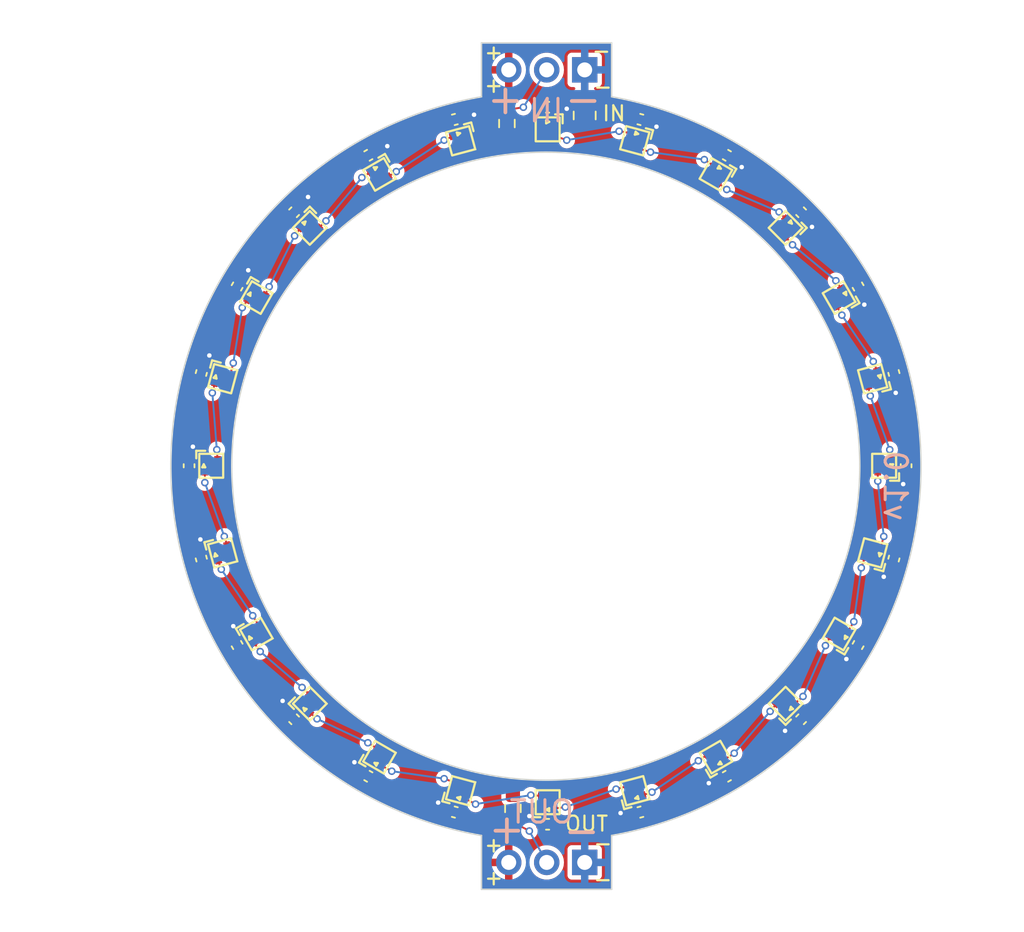
<source format=kicad_pcb>
(kicad_pcb (version 20221018) (generator pcbnew)
  (layers (0 "F.Cu" signal) (31 "B.Cu" signal) (34 "B.Paste" user) (35 "F.Paste" user) (36 "B.SilkS" user "B.Silkscreen") (37 "F.SilkS" user "F.Silkscreen") (38 "B.Mask" user) (39 "F.Mask" user) (44 "Edge.Cuts" user))
  (net 0 "")
  (net 1 "VCC")
  (net 2 "GND")
  (net 3 "Net-(D1-DOUT)")
  (net 4 "Net-(D1-DIN)")
  (net 5 "Net-(D2-DOUT)")
  (net 6 "Net-(D3-DOUT)")
  (net 7 "Net-(D4-DOUT)")
  (net 8 "Net-(D5-DOUT)")
  (net 9 "Net-(D6-DOUT)")
  (net 10 "Net-(D7-DOUT)")
  (net 11 "Net-(D8-DOUT)")
  (net 12 "Net-(D10-DIN)")
  (net 13 "Net-(D10-DOUT)")
  (net 14 "Net-(D11-DOUT)")
  (net 15 "Net-(D12-DOUT)")
  (net 16 "Net-(D13-DOUT)")
  (net 17 "Net-(D14-DOUT)")
  (net 18 "Net-(D15-DOUT)")
  (net 19 "Net-(D16-DOUT)")
  (net 20 "Net-(D17-DOUT)")
  (net 21 "Net-(D18-DOUT)")
  (net 22 "Net-(D19-DOUT)")
  (net 23 "Net-(D20-DOUT)")
  (net 24 "/SIGNAL_IN")
  (net 25 "/SIGNAL_OUT")
  (net 26 "Net-(D21-DOUT)")
  (net 27 "Net-(D22-DOUT)")
  (net 28 "Net-(D23-DOUT)")
  (net 29 "Net-(D24-DOUT)")
  (footprint "Homebrew:XINGLIGHT-XL-1010RGBC-WS2812B" (layer "F.Cu") (at 131.939428 81.225 -120)
    (fp_text reference "D21" hide)
    (fp_text value "XL-1010RGBC-WS2812B")
  )
  (footprint "Capacitor_SMD:C_0402_1005Metric" (layer "F.Cu") (at 134.467114 109.427885 135)
    (fp_text reference "C16" hide)
    (fp_text value "100nF")
  )
  (footprint "Capacitor_SMD:C_0402_1005Metric" (layer "F.Cu") (at 172.182959 80.4875 -60)
    (fp_text reference "C5" hide)
    (fp_text value "100nF")
  )
  (footprint "Homebrew:XINGLIGHT-XL-1010RGBC-WS2812B" (layer "F.Cu") (at 173.158331 98.298428 75)
    (fp_text reference "D8" hide)
    (fp_text value "XL-1010RGBC-WS2812B")
  )
  (footprint "Capacitor_SMD:C_0402_1005Metric" (layer "F.Cu") (at 151.42 68.5)
    (fp_text reference "C1" hide)
    (fp_text value "100nF")
  )
  (footprint "Homebrew:XINGLIGHT-XL-1010RGBC-WS2812B" (layer "F.Cu") (at 167.334902 76.565097 135)
    (fp_text reference "D4" hide)
    (fp_text value "XL-1010RGBC-WS2812B")
  )
  (footprint "Homebrew:XINGLIGHT-XL-1010RGBC-WS2812B" (layer "F.Cu") (at 135.515097 76.565097 -135)
    (fp_text reference "D22" hide)
    (fp_text value "XL-1010RGBC-WS2812B")
  )
  (footprint "Homebrew:XINGLIGHT-XL-1010RGBC-WS2812B" (layer "F.Cu") (at 167.334902 108.384902 45)
    (fp_text reference "D10" hide)
    (fp_text value "XL-1010RGBC-WS2812B")
  )
  (footprint "Homebrew:XINGLIGHT-XL-1010RGBC-WS2812B" (layer "F.Cu") (at 140.175 72.989428 -150)
    (fp_text reference "D23" hide)
    (fp_text value "XL-1010RGBC-WS2812B")
  )
  (footprint "Capacitor_SMD:C_0402_1005Metric" (layer "F.Cu") (at 130.65704 104.4625 120)
    (fp_text reference "C17" hide)
    (fp_text value "100nF")
  )
  (footprint "Capacitor_SMD:C_0805_2012Metric" (layer "F.Cu") (at 153.9 69.05 90)
    (fp_text reference "C25" hide)
    (fp_text value "22uF")
  )
  (footprint "Capacitor_SMD:C_0402_1005Metric" (layer "F.Cu") (at 172.182959 104.4625 -120)
    (fp_text reference "C9" hide)
    (fp_text value "100nF")
  )
  (footprint "Capacitor_SMD:C_0402_1005Metric" (layer "F.Cu") (at 157.625186 115.633071 -165)
    (fp_text reference "C12" hide)
    (fp_text value "100nF")
  )
  (footprint "Homebrew:XINGLIGHT-XL-1010RGBC-WS2812B" (layer "F.Cu") (at 129.691668 98.298428 -75)
    (fp_text reference "D18" hide)
    (fp_text value "XL-1010RGBC-WS2812B")
  )
  (footprint "Capacitor_SMD:C_0402_1005Metric" (layer "F.Cu") (at 145.214813 115.633071 165)
    (fp_text reference "C14" hide)
    (fp_text value "100nF")
  )
  (footprint "Homebrew:XINGLIGHT-XL-1010RGBC-WS2812B" (layer "F.Cu") (at 170.910571 103.725 60)
    (fp_text reference "D9" hide)
    (fp_text value "XL-1010RGBC-WS2812B")
  )
  (footprint "Homebrew:XINGLIGHT-XL-1010RGBC-WS2812B" (layer "F.Cu") (at 173.158331 86.651571 105)
    (fp_text reference "D6" hide)
    (fp_text value "XL-1010RGBC-WS2812B")
  )
  (footprint "Capacitor_SMD:C_0402_1005Metric" (layer "F.Cu") (at 163.4075 71.71204 -30)
    (fp_text reference "C3" hide)
    (fp_text value "100nF")
  )
  (footprint "Capacitor_SMD:C_0402_1005Metric" (layer "F.Cu") (at 130.65704 80.4875 60)
    (fp_text reference "C21" hide)
    (fp_text value "100nF")
  )
  (footprint "Homebrew:XINGLIGHT-XL-1010RGBC-WS2812B" (layer "F.Cu") (at 162.675 111.960571 30)
    (fp_text reference "D11" hide)
    (fp_text value "XL-1010RGBC-WS2812B")
  )
  (footprint "Capacitor_SMD:C_0402_1005Metric" (layer "F.Cu") (at 163.4075 113.237959 -150)
    (fp_text reference "C11" hide)
    (fp_text value "100nF")
  )
  (footprint "Capacitor_SMD:C_0402_1005Metric" (layer "F.Cu") (at 139.4325 71.71204 30)
    (fp_text reference "C23" hide)
    (fp_text value "100nF")
  )
  (footprint "Resistor_SMD:R_0603_1608Metric_Pad0.98x0.95mm_HandSolder" (layer "F.Cu") (at 149.1 115.3875 -90)
    (fp_text reference "R2" hide)
    (fp_text value "560")
  )
  (footprint "Homebrew:XINGLIGHT-XL-1010RGBC-WS2812B" (layer "F.Cu") (at 145.601571 114.208331 -15)
    (fp_text reference "D14" hide)
    (fp_text value "XL-1010RGBC-WS2812B")
  )
  (footprint "Homebrew:XINGLIGHT-XL-1010RGBC-WS2812B" (layer "F.Cu") (at 151.425 69.975 180)
    (fp_text reference "D1" hide)
    (fp_text value "XL-1010RGBC-WS2812B")
  )
  (footprint "Homebrew:XINGLIGHT-XL-1010RGBC-WS2812B" (layer "F.Cu") (at 129.691668 86.651571 -105)
    (fp_text reference "D20" hide)
    (fp_text value "XL-1010RGBC-WS2812B")
  )
  (footprint "Capacitor_SMD:C_0402_1005Metric" (layer "F.Cu") (at 151.42 116.45 180)
    (fp_text reference "C13" hide)
    (fp_text value "100nF")
  )
  (footprint "Capacitor_SMD:C_0402_1005Metric" (layer "F.Cu") (at 174.578071 98.680186 -105)
    (fp_text reference "C8" hide)
    (fp_text value "100nF")
  )
  (footprint "Homebrew:XINGLIGHT-XL-1010RGBC-WS2812B" (layer "F.Cu") (at 145.601571 70.741668 -165)
    (fp_text reference "D24" hide)
    (fp_text value "XL-1010RGBC-WS2812B")
  )
  (footprint "Homebrew:XINGLIGHT-XL-1010RGBC-WS2812B" (layer "F.Cu") (at 157.248428 70.741668 165)
    (fp_text reference "D2" hide)
    (fp_text value "XL-1010RGBC-WS2812B")
  )
  (footprint "Capacitor_SMD:C_0402_1005Metric" (layer "F.Cu") (at 157.625186 69.316928 -15)
    (fp_text reference "C2" hide)
    (fp_text value "100nF")
  )
  (footprint "Capacitor_SMD:C_0402_1005Metric" (layer "F.Cu") (at 145.214813 69.316928 15)
    (fp_text reference "C24" hide)
    (fp_text value "100nF")
  )
  (footprint "Homebrew:XINGLIGHT-XL-1010RGBC-WS2812B" (layer "F.Cu") (at 131.939428 103.725 -60)
    (fp_text reference "D17" hide)
    (fp_text value "XL-1010RGBC-WS2812B")
  )
  (footprint "Capacitor_SMD:C_0402_1005Metric" (layer "F.Cu") (at 168.372885 75.522114 -45)
    (fp_text reference "C4" hide)
    (fp_text value "100nF")
  )
  (footprint "Homebrew:XINGLIGHT-XL-1010RGBC-WS2812B" (layer "F.Cu") (at 162.675 72.989428 150)
    (fp_text reference "D3" hide)
    (fp_text value "XL-1010RGBC-WS2812B")
  )
  (footprint "Homebrew:XINGLIGHT-XL-1010RGBC-WS2812B" (layer "F.Cu") (at 128.925 92.475 -90)
    (fp_text reference "D19" hide)
    (fp_text value "XL-1010RGBC-WS2812B")
  )
  (footprint "Capacitor_SMD:C_0402_1005Metric" (layer "F.Cu") (at 175.395 92.475 -90)
    (fp_text reference "C7" hide)
    (fp_text value "100nF")
  )
  (footprint "Capacitor_SMD:C_0402_1005Metric" (layer "F.Cu") (at 134.467114 75.522114 45)
    (fp_text reference "C22" hide)
    (fp_text value "100nF")
  )
  (footprint "Capacitor_SMD:C_0402_1005Metric" (layer "F.Cu") (at 174.578071 86.269813 -75)
    (fp_text reference "C6" hide)
    (fp_text value "100nF")
  )
  (footprint "Resistor_SMD:R_0603_1608Metric_Pad0.98x0.95mm_HandSolder" (layer "F.Cu") (at 148.7 69.5875 -90)
    (fp_text reference "R1" hide)
    (fp_text value "560")
  )
  (footprint "Homebrew:XINGLIGHT-XL-1010RGBC-WS2812B" (layer "F.Cu") (at 151.425 114.975)
    (fp_text reference "D13" hide)
    (fp_text value "XL-1010RGBC-WS2812B")
  )
  (footprint "Homebrew:XINGLIGHT-XL-1010RGBC-WS2812B" (layer "F.Cu") (at 135.515097 108.384902 -45)
    (fp_text reference "D16" hide)
    (fp_text value "XL-1010RGBC-WS2812B")
  )
  (footprint "Connector_PinHeader_2.54mm:PinHeader_1x03_P2.54mm_Vertical" (layer "F.Cu") (at 153.9 119 -90)
    (fp_text reference "J2" hide)
    (fp_text value "Conn_01x03")
  )
  (footprint "Capacitor_SMD:C_0402_1005Metric" (layer "F.Cu") (at 128.261928 86.269813 75)
    (fp_text reference "C20" hide)
    (fp_text value "100nF")
  )
  (footprint "Capacitor_SMD:C_0402_1005Metric" (layer "F.Cu") (at 168.372885 109.427885 -135)
    (fp_text reference "C10" hide)
    (fp_text value "100nF")
  )
  (footprint "Homebrew:XINGLIGHT-XL-1010RGBC-WS2812B" (layer "F.Cu") (at 173.925 92.475 90)
    (fp_text reference "D7" hide)
    (fp_text value "XL-1010RGBC-WS2812B")
  )
  (footprint "Connector_PinHeader_2.54mm:PinHeader_1x03_P2.54mm_Vertical" (layer "F.Cu") (at 153.9 66 -90)
    (fp_text reference "J1" hide)
    (fp_text value "Conn_01x03")
  )
  (footprint "Capacitor_SMD:C_0402_1005Metric" (layer "F.Cu") (at 139.4325 113.237959 150)
    (fp_text reference "C15" hide)
    (fp_text value "100nF")
  )
  (footprint "Homebrew:XINGLIGHT-XL-1010RGBC-WS2812B" (layer "F.Cu") (at 140.175 111.960571 -30)
    (fp_text reference "D15" hide)
    (fp_text value "XL-1010RGBC-WS2812B")
  )
  (footprint "Capacitor_SMD:C_0402_1005Metric" (layer "F.Cu") (at 127.445 92.475 90)
    (fp_text reference "C19" hide)
    (fp_text value "100nF")
  )
  (footprint "Homebrew:XINGLIGHT-XL-1010RGBC-WS2812B" (layer "F.Cu") (at 157.248428 114.208331 15)
    (fp_text reference "D12" hide)
    (fp_text value "XL-1010RGBC-WS2812B")
  )
  (footprint "Homebrew:XINGLIGHT-XL-1010RGBC-WS2812B" (layer "F.Cu") (at 170.910571 81.225 120)
    (fp_text reference "D5" hide)
    (fp_text value "XL-1010RGBC-WS2812B")
  )
  (footprint "Capacitor_SMD:C_0402_1005Metric" (layer "F.Cu") (at 128.261928 98.680186 105)
    (fp_text reference "C18" hide)
    (fp_text value "100nF")
  )
  (gr_line (start 155.7 120.8) (end 147 120.8) (stroke (width 0.1)) (layer "Edge.Cuts"))
  (gr_line (start 155.7 117.2) (end 155.7 120.8) (stroke (width 0.1)) (layer "Edge.Cuts"))
  (gr_arc (start 155.7 67.8) (mid 176.388842 92.5) (end 155.7 117.2) (stroke (width 0.1)) (layer "Edge.Cuts"))
  (gr_line (start 147 120.8) (end 147 117.2) (stroke (width 0.1)) (layer "Edge.Cuts"))
  (gr_line (start 155.7 64.2) (end 155.7 67.8) (stroke (width 0.1)) (layer "Edge.Cuts"))
  (gr_line (start 147 67.8) (end 147 64.2) (stroke (width 0.1)) (layer "Edge.Cuts"))
  (gr_arc (start 147 117.199999) (mid 126.228503 92.5) (end 147 67.800001) (stroke (width 0.1)) (layer "Edge.Cuts"))
  (gr_line (start 147 64.2) (end 155.7 64.2) (stroke (width 0.1)) (layer "Edge.Cuts"))
  (gr_circle (center 151.3 92.5) (end 172.3 92.5) (stroke (width 0.1)) (fill none) (layer "Edge.Cuts"))
  (gr_text "IN" (at 152.6 69.6) (layer "B.SilkS") (effects (font (size 1.5 1.5) (thickness 0.2)) (justify left bottom mirror)))
  (gr_text "OUT" (at 153.3 116.5) (layer "B.SilkS") (effects (font (size 1.5 1.5) (thickness 0.2)) (justify left bottom mirror)))
  (gr_text "-" (at 155.2 69.1) (layer "B.SilkS") (effects (font (size 2 2) (thickness 0.25)) (justify left bottom mirror)))
  (gr_text "-" (at 155.1 118) (layer "B.SilkS") (effects (font (size 2 2) (thickness 0.25)) (justify left bottom mirror)))
  (gr_text "+" (at 150 69.1) (layer "B.SilkS") (effects (font (size 2 2) (thickness 0.25)) (justify left bottom mirror)))
  (gr_text "v1.0" (at 173.8 96.3 270) (layer "B.SilkS") (effects (font (size 1.5 1.5) (thickness 0.2)) (justify left bottom mirror)))
  (gr_text "+" (at 150.1 117.9) (layer "B.SilkS") (effects (font (size 2 2) (thickness 0.25)) (justify left bottom mirror)))
  (gr_text "-" (at 154.4 120.7) (layer "F.SilkS") (effects (font (size 1 1)) (justify left bottom)))
  (gr_text "+" (at 147.1 67.6) (layer "F.SilkS") (effects (font (size 1 1)) (justify left bottom)))
  (gr_text "IN" (at 155 69.5) (layer "F.SilkS") (effects (font (size 1 1)) (justify left bottom)))
  (gr_text "-" (at 154.4 118.3) (layer "F.SilkS") (effects (font (size 1 1)) (justify left bottom)))
  (gr_text "+" (at 147.1 118.4) (layer "F.SilkS") (effects (font (size 1 1)) (justify left bottom)))
  (gr_text "-" (at 154.4 67.7) (layer "F.SilkS") (effects (font (size 1 1)) (justify left bottom)))
  (gr_text "OUT" (at 152.5 117) (layer "F.SilkS") (effects (font (size 1 1)) (justify left bottom)))
  (gr_text "-" (at 154.3 65.3) (layer "F.SilkS") (effects (font (size 1 1)) (justify left bottom)))
  (gr_text "+" (at 147.1 65.4) (layer "F.SilkS") (effects (font (size 1 1)) (justify left bottom)))
  (gr_text "+" (at 147.1 120.6) (layer "F.SilkS") (effects (font (size 1 1)) (justify left bottom)))
  (segment (start 157.161542 115.757304) (end 156.947908 114.728848) (width 0.127) (layer "F.Cu") (net 2))
  (segment (start 174.702304 86.733457) (end 173.678848 86.952091) (width 0.127) (layer "F.Cu") (net 2))
  (segment (start 144.751169 115.508838) (end 144.1 115) (width 0.127) (layer "F.Cu") (net 2))
  (segment (start 128.137695 98.216542) (end 128.2 97.4) (width 0.127) (layer "F.Cu") (net 2))
  (segment (start 128.137695 98.216542) (end 129.171151 97.997908) (width 0.127) (layer "F.Cu") (net 2))
  (segment (start 162.991808 113.477959) (end 162.2 113.7) (width 0.127) (layer "F.Cu") (net 2))
  (segment (start 175.395 92.955) (end 175.2 93.7) (width 0.127) (layer "F.Cu") (net 2))
  (segment (start 172.6 81.7) (end 172.422959 80.903192) (width 0.127) (layer "F.Cu") (net 2))
  (segment (start 140.7 71.1) (end 139.848192 71.47204) (width 0.127) (layer "F.Cu") (net 2))
  (segment (start 128.8 85.1) (end 128.386161 85.806169) (width 0.127) (layer "F.Cu") (net 2))
  (segment (start 174.7 87.6) (end 174.702304 86.733457) (width 0.127) (layer "F.Cu") (net 2))
  (segment (start 130.41704 104.046808) (end 131.358867 103.569439) (width 0.127) (layer "F.Cu") (net 2))
  (segment (start 153.9 66) (end 153.9 68.1) (width 0.5) (layer "F.Cu") (net 2))
  (segment (start 145.678457 69.192695) (end 146.5 69) (width 0.127) (layer "F.Cu") (net 2))
  (segment (start 134.127703 109.088474) (end 134.914056 108.384902) (width 0.127) (layer "F.Cu") (net 2))
  (segment (start 169.1 76.5) (end 168.712296 75.861525) (width 0.127) (layer "F.Cu") (net 2))
  (segment (start 162.991808 113.477959) (end 162.519439 112.541132) (width 0.127) (layer "F.Cu") (net 2))
  (segment (start 163.823192 71.95204) (end 164.4 72.5) (width 0.127) (layer "F.Cu") (net 2))
  (segment (start 171.942959 104.878192) (end 171.066132 104.305561) (width 0.127) (layer "F.Cu") (net 2))
  (segment (start 130.4 103.2) (end 130.41704 104.046808) (width 0.127) (layer "F.Cu") (net 2))
  (segment (start 128.386161 85.806169) (end 129.391148 86.131054) (width 0.127) (layer "F.Cu") (net 2))
  (segment (start 174.453838 99.14383) (end 173.9 99.9) (width 0.127) (layer "F.Cu") (net 2))
  (segment (start 175.395 92.955) (end 174.35 92.9) (width 0.127) (layer "F.Cu") (net 2))
  (segment (start 158.08883 69.441161) (end 157.768945 70.441148) (width 0.127) (layer "F.Cu") (net 2))
  (segment (start 157.161542 115.757304) (end 156.3 115.7) (width 0.127) (layer "F.Cu") (net 2))
  (segment (start 168.033474 109.767296) (end 167.3 110.2) (width 0.127) (layer "F.Cu") (net 2))
  (segment (start 174.453838 99.14383) (end 173.458851 98.818945) (width 0.127) (layer "F.Cu") (net 2))
  (segment (start 168.033474 109.767296) (end 167.334902 108.985943) (width 0.127) (layer "F.Cu") (net 2))
  (segment (start 171.942959 104.878192) (end 171.4 105.4) (width 0.127) (layer "F.Cu") (net 2))
  (segment (start 127.445 91.995) (end 128.5 92.05) (width 0.127) (layer "F.Cu") (net 2))
  (segment (start 152.7 68.6) (end 151.9 68.5) (width 0.127) (layer "F.Cu") (net 2))
  (segment (start 144.751169 115.508838) (end 145.081054 114.508851) (width 0.127) (layer "F.Cu") (net 2))
  (segment (start 150.94 116.45) (end 151 115.4) (width 0.127) (layer "F.Cu") (net 2))
  (segment (start 131.4 79.4) (end 130.89704 80.071808) (width 0.127) (layer "F.Cu") (net 2))
  (segment (start 130.89704 80.071808) (end 131.783867 80.644439) (width 0.127) (layer "F.Cu") (net 2))
  (segment (start 139.848192 71.47204) (end 140.330561 72.408867) (width 0.127) (layer "F.Cu") (net 2))
  (segment (start 172.422959 80.903192) (end 171.491132 81.380561) (width 0.127) (layer "F.Cu") (net 2))
  (segment (start 158.7 69.8) (end 158.08883 69.441161) (width 0.127) (layer "F.Cu") (net 2))
  (segment (start 151.9 68.5) (end 151.85 69.55) (width 0.127) (layer "F.Cu") (net 2))
  (segment (start 134.806525 75.182703) (end 135.515097 75.964056) (width 0.127) (layer "F.Cu") (net 2))
  (segment (start 150.94 116.45) (end 150.2 115.9) (width 0.127) (layer "F.Cu") (net 2))
  (segment (start 139.016808 112.997959) (end 138.5 112.3) (width 0.127) (layer "F.Cu") (net 2))
  (segment (start 168.712296 75.861525) (end 167.935943 76.565097) (width 0.127) (layer "F.Cu") (net 2))
  (segment (start 127.7 91.2) (end 127.445 91.995) (width 0.127) (layer "F.Cu") (net 2))
  (segment (start 163.823192 71.95204) (end 163.255561 72.833867) (width 0.127) (layer "F.Cu") (net 2))
  (segment (start 134.127703 109.088474) (end 133.7 108.2) (width 0.127) (layer "F.Cu") (net 2))
  (segment (start 145.678457 69.192695) (end 145.902091 70.221151) (width 0.127) (layer "F.Cu") (net 2))
  (segment (start 139.016808 112.997959) (end 139.594439 112.116132) (width 0.127) (layer "F.Cu") (net 2))
  (segment (start 134.806525 75.182703) (end 135.4 74.5) (width 0.127) (layer "F.Cu") (net 2))
  (via (at 173.9 99.9) (size 0.5) (drill 0.3) (layers "F.Cu" "B.Cu") (net 2))
  (via (at 162.2 113.7) (size 0.5) (drill 0.3) (layers "F.Cu" "B.Cu") (net 2))
  (via (at 135.4 74.5) (size 0.5) (drill 0.3) (layers "F.Cu" "B.Cu") (net 2))
  (via (at 171.4 105.4) (size 0.5) (drill 0.3) (layers "F.Cu" "B.Cu") (net 2))
  (via (at 140.7 71.1) (size 0.5) (drill 0.3) (layers "F.Cu" "B.Cu") (net 2))
  (via (at 138.5 112.3) (size 0.5) (drill 0.3) (layers "F.Cu" "B.Cu") (net 2))
  (via (at 156.3 115.7) (size 0.5) (drill 0.3) (layers "F.Cu" "B.Cu") (net 2))
  (via (at 152.7 68.6) (size 0.5) (drill 0.3) (layers "F.Cu" "B.Cu") (net 2))
  (via (at 175.2 93.7) (size 0.5) (drill 0.3) (layers "F.Cu" "B.Cu") (net 2))
  (via (at 167.3 110.2) (size 0.5) (drill 0.3) (layers "F.Cu" "B.Cu") (net 2))
  (via (at 133.7 108.2) (size 0.5) (drill 0.3) (layers "F.Cu" "B.Cu") (net 2))
  (via (at 131.4 79.4) (size 0.5) (drill 0.3) (layers "F.Cu" "B.Cu") (net 2))
  (via (at 146.5 69) (size 0.5) (drill 0.3) (layers "F.Cu" "B.Cu") (net 2))
  (via (at 130.4 103.2) (size 0.5) (drill 0.3) (layers "F.Cu" "B.Cu") (net 2))
  (via (at 128.2 97.4) (size 0.5) (drill 0.3) (layers "F.Cu" "B.Cu") (net 2))
  (via (at 174.7 87.6) (size 0.5) (drill 0.3) (layers "F.Cu" "B.Cu") (net 2))
  (via (at 169.1 76.5) (size 0.5) (drill 0.3) (layers "F.Cu" "B.Cu") (net 2))
  (via (at 158.7 69.8) (size 0.5) (drill 0.3) (layers "F.Cu" "B.Cu") (net 2))
  (via (at 144.1 115) (size 0.5) (drill 0.3) (layers "F.Cu" "B.Cu") (net 2))
  (via (at 128.8 85.1) (size 0.5) (drill 0.3) (layers "F.Cu" "B.Cu") (net 2))
  (via (at 127.7 91.2) (size 0.5) (drill 0.3) (layers "F.Cu" "B.Cu") (net 2))
  (via (at 172.6 81.7) (size 0.5) (drill 0.3) (layers "F.Cu" "B.Cu") (net 2))
  (via (at 150.2 115.9) (size 0.5) (drill 0.3) (layers "F.Cu" "B.Cu") (net 2))
  (via (at 164.4 72.5) (size 0.5) (drill 0.3) (layers "F.Cu" "B.Cu") (net 2))
  (segment (start 156.2 70.1) (end 156.947908 70.221151) (width 0.127) (layer "F.Cu") (net 3))
  (segment (start 152.7 70.7) (end 151.85 70.4) (width 0.127) (layer "F.Cu") (net 3))
  (via (at 152.7 70.7) (size 0.5) (drill 0.3) (layers "F.Cu" "B.Cu") (net 3))
  (via (at 156.2 70.1) (size 0.5) (drill 0.3) (layers "F.Cu" "B.Cu") (net 3))
  (segment (start 156.2 70.1) (end 152.7 70.7) (width 0.127) (layer "B.Cu") (net 3))
  (segment (start 148.7 70.5) (end 151 69.55) (width 0.127) (layer "F.Cu") (net 4))
  (segment (start 158.3 71.5) (end 157.548948 71.262185) (width 0.127) (layer "F.Cu") (net 5))
  (segment (start 161.9 72) (end 162.519439 72.408867) (width 0.127) (layer "F.Cu") (net 5))
  (via (at 161.9 72) (size 0.5) (drill 0.3) (layers "F.Cu" "B.Cu") (net 5))
  (via (at 158.3 71.5) (size 0.5) (drill 0.3) (layers "F.Cu" "B.Cu") (net 5))
  (segment (start 158.3 71.5) (end 161.9 72) (width 0.127) (layer "B.Cu") (net 5))
  (segment (start 166.9 75.5) (end 167.334902 75.964056) (width 0.127) (layer "F.Cu") (net 6))
  (segment (start 163.4 74) (end 162.830561 73.569989) (width 0.127) (layer "F.Cu") (net 6))
  (via (at 166.9 75.5) (size 0.5) (drill 0.3) (layers "F.Cu" "B.Cu") (net 6))
  (via (at 163.4 74) (size 0.5) (drill 0.3) (layers "F.Cu" "B.Cu") (net 6))
  (segment (start 163.4 74) (end 166.9 75.5) (width 0.127) (layer "B.Cu") (net 6))
  (segment (start 167.8 77.7) (end 167.334902 77.166138) (width 0.127) (layer "F.Cu") (net 7))
  (segment (start 170.7 80.1) (end 171.066132 80.644439) (width 0.127) (layer "F.Cu") (net 7))
  (via (at 167.8 77.7) (size 0.5) (drill 0.3) (layers "F.Cu" "B.Cu") (net 7))
  (via (at 170.7 80.1) (size 0.5) (drill 0.3) (layers "F.Cu" "B.Cu") (net 7))
  (segment (start 167.8 77.7) (end 170.7 80.1) (width 0.127) (layer "B.Cu") (net 7))
  (segment (start 171.1 82.4) (end 170.75501 81.805561) (width 0.127) (layer "F.Cu") (net 8))
  (segment (start 173.2 85.5) (end 173.458851 86.131054) (width 0.127) (layer "F.Cu") (net 8))
  (via (at 171.1 82.4) (size 0.5) (drill 0.3) (layers "F.Cu" "B.Cu") (net 8))
  (via (at 173.2 85.5) (size 0.5) (drill 0.3) (layers "F.Cu" "B.Cu") (net 8))
  (segment (start 173.2 85.5) (end 171.1 82.4) (width 0.127) (layer "B.Cu") (net 8))
  (segment (start 174.3 91.4) (end 174.35 92.05) (width 0.127) (layer "F.Cu") (net 9))
  (segment (start 173 87.8) (end 172.857811 87.172088) (width 0.127) (layer "F.Cu") (net 9))
  (via (at 173 87.8) (size 0.5) (drill 0.3) (layers "F.Cu" "B.Cu") (net 9))
  (via (at 174.3 91.4) (size 0.5) (drill 0.3) (layers "F.Cu" "B.Cu") (net 9))
  (segment (start 173 87.8) (end 174.3 91.4) (width 0.127) (layer "B.Cu") (net 9))
  (segment (start 173.9 97.2) (end 173.678848 97.997908) (width 0.127) (layer "F.Cu") (net 10))
  (segment (start 173.5 93.5) (end 173.5 92.9) (width 0.127) (layer "F.Cu") (net 10))
  (via (at 173.9 97.2) (size 0.5) (drill 0.3) (layers "F.Cu" "B.Cu") (net 10))
  (via (at 173.5 93.5) (size 0.5) (drill 0.3) (layers "F.Cu" "B.Cu") (net 10))
  (segment (start 173.5 93.5) (end 173.9 97.2) (width 0.127) (layer "B.Cu") (net 10))
  (segment (start 172.4 99.3) (end 172.637814 98.598948) (width 0.127) (layer "F.Cu") (net 11))
  (segment (start 171.9 102.9) (end 171.491132 103.569439) (width 0.127) (layer "F.Cu") (net 11))
  (via (at 171.9 102.9) (size 0.5) (drill 0.3) (layers "F.Cu" "B.Cu") (net 11))
  (via (at 172.4 99.3) (size 0.5) (drill 0.3) (layers "F.Cu" "B.Cu") (net 11))
  (segment (start 171.9 102.9) (end 172.4 99.3) (width 0.127) (layer "B.Cu") (net 11))
  (segment (start 170 104.5) (end 170.33001 103.880561) (width 0.127) (layer "F.Cu") (net 12))
  (segment (start 168.5 107.9) (end 167.935943 108.384902) (width 0.127) (layer "F.Cu") (net 12))
  (via (at 170 104.5) (size 0.5) (drill 0.3) (layers "F.Cu" "B.Cu") (net 12))
  (via (at 168.5 107.9) (size 0.5) (drill 0.3) (layers "F.Cu" "B.Cu") (net 12))
  (segment (start 170 104.5) (end 168.5 107.9) (width 0.127) (layer "B.Cu") (net 12))
  (segment (start 163.9 111.7) (end 163.255561 112.116132) (width 0.127) (layer "F.Cu") (net 13))
  (segment (start 166.3 108.9) (end 166.733861 108.384902) (width 0.127) (layer "F.Cu") (net 13))
  (via (at 166.3 108.9) (size 0.5) (drill 0.3) (layers "F.Cu" "B.Cu") (net 13))
  (via (at 163.9 111.7) (size 0.5) (drill 0.3) (layers "F.Cu" "B.Cu") (net 13))
  (segment (start 163.9 111.7) (end 166.3 108.9) (width 0.127) (layer "B.Cu") (net 13))
  (segment (start 161.5 112.2) (end 162.094439 111.80501) (width 0.127) (layer "F.Cu") (net 14))
  (segment (start 158.4 114.3) (end 157.768945 114.508851) (width 0.127) (layer "F.Cu") (net 14))
  (via (at 161.5 112.2) (size 0.5) (drill 0.3) (layers "F.Cu" "B.Cu") (net 14))
  (via (at 158.4 114.3) (size 0.5) (drill 0.3) (layers "F.Cu" "B.Cu") (net 14))
  (segment (start 158.4 114.3) (end 161.5 112.2) (width 0.127) (layer "B.Cu") (net 14))
  (segment (start 152.6 115.3) (end 151.85 115.4) (width 0.127) (layer "F.Cu") (net 15))
  (segment (start 156 114.1) (end 156.727911 113.907811) (width 0.127) (layer "F.Cu") (net 15))
  (via (at 152.6 115.3) (size 0.5) (drill 0.3) (layers "F.Cu" "B.Cu") (net 15))
  (via (at 156 114.1) (size 0.5) (drill 0.3) (layers "F.Cu" "B.Cu") (net 15))
  (segment (start 152.6 115.3) (end 156 114.1) (width 0.127) (layer "B.Cu") (net 15))
  (segment (start 146.6 115.1) (end 145.902091 114.728848) (width 0.127) (layer "F.Cu") (net 16))
  (segment (start 150.3 114.5) (end 151 114.55) (width 0.127) (layer "F.Cu") (net 16))
  (via (at 146.6 115.1) (size 0.5) (drill 0.3) (layers "F.Cu" "B.Cu") (net 16))
  (via (at 150.3 114.5) (size 0.5) (drill 0.3) (layers "F.Cu" "B.Cu") (net 16))
  (segment (start 146.6 115.1) (end 150.3 114.5) (width 0.127) (layer "B.Cu") (net 16))
  (segment (start 141 112.9) (end 140.330561 112.541132) (width 0.127) (layer "F.Cu") (net 17))
  (segment (start 144.5 113.4) (end 145.301051 113.687814) (width 0.127) (layer "F.Cu") (net 17))
  (via (at 141 112.9) (size 0.5) (drill 0.3) (layers "F.Cu" "B.Cu") (net 17))
  (via (at 144.5 113.4) (size 0.5) (drill 0.3) (layers "F.Cu" "B.Cu") (net 17))
  (segment (start 141 112.9) (end 144.5 113.4) (width 0.127) (layer "B.Cu") (net 17))
  (segment (start 139.4 111) (end 140.019439 111.38001) (width 0.127) (layer "F.Cu") (net 18))
  (segment (start 136 109.4) (end 135.515097 108.985943) (width 0.127) (layer "F.Cu") (net 18))
  (via (at 136 109.4) (size 0.5) (drill 0.3) (layers "F.Cu" "B.Cu") (net 18))
  (via (at 139.4 111) (size 0.5) (drill 0.3) (layers "F.Cu" "B.Cu") (net 18))
  (segment (start 139.4 111) (end 136 109.4) (width 0.127) (layer "B.Cu") (net 18))
  (segment (start 132.2 104.9) (end 131.783867 104.305561) (width 0.127) (layer "F.Cu") (net 19))
  (segment (start 135 107.3) (end 135.515097 107.783861) (width 0.127) (layer "F.Cu") (net 19))
  (via (at 132.2 104.9) (size 0.5) (drill 0.3) (layers "F.Cu" "B.Cu") (net 19))
  (via (at 135 107.3) (size 0.5) (drill 0.3) (layers "F.Cu" "B.Cu") (net 19))
  (segment (start 135 107.3) (end 132.2 104.9) (width 0.127) (layer "B.Cu") (net 19))
  (segment (start 131.7 102.5) (end 132.094989 103.144439) (width 0.127) (layer "F.Cu") (net 20))
  (segment (start 129.6 99.4) (end 129.391148 98.818945) (width 0.127) (layer "F.Cu") (net 20))
  (via (at 131.7 102.5) (size 0.5) (drill 0.3) (layers "F.Cu" "B.Cu") (net 20))
  (via (at 129.6 99.4) (size 0.5) (drill 0.3) (layers "F.Cu" "B.Cu") (net 20))
  (segment (start 131.7 102.5) (end 129.6 99.4) (width 0.127) (layer "B.Cu") (net 20))
  (segment (start 129.8 97.2) (end 129.992188 97.777911) (width 0.127) (layer "F.Cu") (net 21))
  (segment (start 128.5 93.6) (end 128.5 92.9) (width 0.127) (layer "F.Cu") (net 21))
  (via (at 129.8 97.2) (size 0.5) (drill 0.3) (layers "F.Cu" "B.Cu") (net 21))
  (via (at 128.5 93.6) (size 0.5) (drill 0.3) (layers "F.Cu" "B.Cu") (net 21))
  (segment (start 128.5 93.6) (end 129.8 97.2) (width 0.127) (layer "B.Cu") (net 21))
  (segment (start 129.3 91.4) (end 129.35 92.05) (width 0.127) (layer "F.Cu") (net 22))
  (segment (start 129 87.6) (end 129.171151 86.952091) (width 0.127) (layer "F.Cu") (net 22))
  (via (at 129.3 91.4) (size 0.5) (drill 0.3) (layers "F.Cu" "B.Cu") (net 22))
  (via (at 129 87.6) (size 0.5) (drill 0.3) (layers "F.Cu" "B.Cu") (net 22))
  (segment (start 129.3 91.4) (end 129 87.6) (width 0.127) (layer "B.Cu") (net 22))
  (segment (start 131 81.9) (end 131.358867 81.380561) (width 0.127) (layer "F.Cu") (net 23))
  (segment (start 130.4 85.6) (end 130.212185 86.351051) (width 0.127) (layer "F.Cu") (net 23))
  (via (at 131 81.9) (size 0.5) (drill 0.3) (layers "F.Cu" "B.Cu") (net 23))
  (via (at 130.4 85.6) (size 0.5) (drill 0.3) (layers "F.Cu" "B.Cu") (net 23))
  (segment (start 130.4 85.6) (end 131 81.9) (width 0.127) (layer "B.Cu") (net 23))
  (segment (start 149.8 68.5) (end 148.7 68.675) (width 0.127) (layer "F.Cu") (net 24))
  (via (at 149.8 68.5) (size 0.5) (drill 0.3) (layers "F.Cu" "B.Cu") (net 24))
  (segment (start 149.8 68.5) (end 151.36 66) (width 0.127) (layer "B.Cu") (net 24))
  (segment (start 150.2 116.9) (end 149.1 116.3) (width 0.127) (layer "F.Cu") (net 25))
  (via (at 150.2 116.9) (size 0.5) (drill 0.3) (layers "F.Cu" "B.Cu") (net 25))
  (segment (start 150.2 116.9) (end 151.36 119) (width 0.127) (layer "B.Cu") (net 25))
  (segment (start 134.5 77.1) (end 134.914056 76.565097) (width 0.127) (layer "F.Cu") (net 26))
  (segment (start 132.8 80.5) (end 132.519989 81.069439) (width 0.127) (layer "F.Cu") (net 26))
  (via (at 132.8 80.5) (size 0.5) (drill 0.3) (layers "F.Cu" "B.Cu") (net 26))
  (via (at 134.5 77.1) (size 0.5) (drill 0.3) (layers "F.Cu" "B.Cu") (net 26))
  (segment (start 134.5 77.1) (end 132.8 80.5) (width 0.127) (layer "B.Cu") (net 26))
  (segment (start 139 73.2) (end 139.594439 72.833867) (width 0.127) (layer "F.Cu") (net 27))
  (segment (start 136.6 76.1) (end 136.116138 76.565097) (width 0.127) (layer "F.Cu") (net 27))
  (via (at 136.6 76.1) (size 0.5) (drill 0.3) (layers "F.Cu" "B.Cu") (net 27))
  (via (at 139 73.2) (size 0.5) (drill 0.3) (layers "F.Cu" "B.Cu") (net 27))
  (segment (start 136.6 76.1) (end 139 73.2) (width 0.127) (layer "B.Cu") (net 27))
  (segment (start 141.3 72.8) (end 140.755561 73.144989) (width 0.127) (layer "F.Cu") (net 28))
  (segment (start 144.5 70.7) (end 145.081054 70.441148) (width 0.127) (layer "F.Cu") (net 28))
  (via (at 144.5 70.7) (size 0.5) (drill 0.3) (layers "F.Cu" "B.Cu") (net 28))
  (via (at 141.3 72.8) (size 0.5) (drill 0.3) (layers "F.Cu" "B.Cu") (net 28))
  (segment (start 144.5 70.7) (end 141.3 72.8) (width 0.127) (layer "B.Cu") (net 28))
  (segment (start 130.295959 88.95892) (end 130.193901 89.605287) (width 0.127) (layer "F.Cu") (net 29))
  (segment (start 130.699999 97.75) (end 130.684458 97.691718) (width 0.127) (layer "F.Cu") (net 29))
  (segment (start 131.725251 100.872471) (end 131.91352 101.31961) (width 0.127) (layer "F.Cu") (net 29))
  (segment (start 130.120943 94.888487) (end 130.1 94.7) (width 0.127) (layer "F.Cu") (net 29))
  (segment (start 142.02839 73.353417) (end 142.41098 73.174875) (width 0.127) (layer "F.Cu") (net 29))
  (segment (start 148.909792 113.983629) (end 149.1 114.475) (width 0.127) (layer "F.Cu") (net 29))
  (segment (start 146.061044 71.421094) (end 146.122088 71.042188) (width 0.127) (layer "F.Cu") (net 29))
  (segment (start 136.325734 107.625734) (end 136.396887 107.696887) (width 0.127) (layer "F.Cu") (net 29))
  (segment (start 139 109.9) (end 139.02264 109.91698) (width 0.127) (layer "F.Cu") (net 29))
  (segment (start 130 92.002079) (end 130 92.894461) (width 0.127) (layer "F.Cu") (net 29))
  (segment (start 134.446232 79.48452) (end 134.6 79.3) (width 0.127) (layer "F.Cu") (net 29))
  (segment (start 133.77735 104.516025) (end 133.944818 104.767227) (width 0.127) (layer "F.Cu") (net 29))
  (segment (start 140.005536 74.509039) (end 139.476701 74.839561) (width 0.127) (layer "F.Cu") (net 29))
  (segment (start 146.863969 113.296356) (end 147.903424 113.532596) (width 0.127) (layer "F.Cu") (net 29))
  (segment (start 140.6219 110.91095) (end 142.377103 111.788551) (width 0.127) (layer "F.Cu") (net 29))
  (segment (start 132.358678 82.782641) (end 132.231856 83.036287) (width 0.127) (layer "F.Cu") (net 29))
  (segment (start 133.21655 81.260604) (end 133.1 81.45) (width 0.127) (layer "F.Cu") (net 29))
  (segment (start 136.880708 76.879379) (end 136.8 76.95) (width 0.127) (layer "F.Cu") (net 29))
  (segment (start 138.226295 109.267818) (end 138.126088 109.178745) (width 0.127) (layer "F.Cu") (net 29))
  (segment (start 132.55 102.649999) (end 132.66295 102.859764) (width 0.127) (layer "F.Cu") (net 29))
  (segment (start 131.149999 99.3) (end 131.131523 99.240875) (width 0.127) (layer "F.Cu") (net 29))
  (segment (start 144.96812 112.796506) (end 145.15 112.85) (width 0.127) (layer "F.Cu") (net 29))
  (segment (start 130.899999 86.349999) (end 130.896179 86.362415) (width 0.127) (layer "F.Cu") (net 29))
  (segment (start 131.449999 84.799999) (end 131.34649 85.066168) (width 0.127) (layer "F.Cu") (net 29))
  (segment (start 138.143117 75.750459) (end 138.35 75.6) (width 0.127) (layer "F.Cu") (net 29))
  (segment (start 134.723883 105.829854) (end 134.7 105.8) (width 0.127) (layer "F.Cu") (net 29))
  (segment (start 144.816644 72.194451) (end 145.635903 71.921365) (width 0.127) (layer "F.Cu") (net 29))
  (segment (start 135.631449 78.127669) (end 136.038335 77.689485) (width 0.127) (layer "F.Cu") (net 29))
  (arc (start 133.944818 104.767227) (mid 134.311209 105.291802) (end 134.7 105.8) (width 0.127) (layer "F.Cu") (net 29))
  (arc (start 131.34649 85.066168) (mid 131.111626 85.704043) (end 130.899999 86.349999) (width 0.127) (layer "F.Cu") (net 29))
  (arc (start 131.91352 101.31961) (mid 132.215889 101.992397) (end 132.55 102.649999) (width 0.127) (layer "F.Cu") (net 29))
  (arc (start 133.1 81.45) (mid 132.714676 82.108164) (end 132.358678 82.782641) (width 0.127) (layer "F.Cu") (net 29))
  (arc (start 131.149999 99.3) (mid 131.418823 100.093113) (end 131.725251 100.872471) (width 0.127) (layer "F.Cu") (net 29))
  (arc (start 137.25 108.45) (mid 137.69402 108.807188) (end 138.126088 109.178745) (width 0.127) (layer "F.Cu") (net 29))
  (arc (start 130.120943 94.888487) (mid 130.217746 95.597119) (end 130.35 96.3) (width 0.127) (layer "F.Cu") (net 29))
  (arc (start 130.55 87.65) (mid 130.411493 88.30223) (end 130.295959 88.95892) (width 0.127) (layer "F.Cu") (net 29))
  (arc (start 133.8 80.35) (mid 133.504137 80.802651) (end 133.21655 81.260604) (width 0.127) (layer "F.Cu") (net 29))
  (arc (start 138.226295 109.267818) (mid 138.606576 109.591951) (end 139 109.9) (width 0.127) (layer "F.Cu") (net 29))
  (arc (start 142.02839 73.353417) (mid 141.507102 73.613363) (end 141 73.9) (width 0.127) (layer "F.Cu") (net 29))
  (arc (start 130.896179 86.362415) (mid 130.711548 87.003104) (end 130.55 87.65) (width 0.127) (layer "F.Cu") (net 29))
  (arc (start 148.5 113.65) (mid 148.749107 113.762509) (end 148.909792 113.983629) (width 0.127) (layer "F.Cu") (net 29))
  (arc (start 132.66295 102.859764) (mid 132.915759 103.289926) (end 133.2 103.7) (width 0.127) (layer "F.Cu") (net 29))
  (arc (start 138.143117 75.750459) (mid 137.810795 76.012634) (end 137.5 76.3) (width 0.127) (layer "F.Cu") (net 29))
  (arc (start 139.476701 74.839561) (mid 138.906677 75.209893) (end 138.35 75.6) (width 0.127) (layer "F.Cu") (net 29))
  (arc (start 135.631449 78.127669) (mid 135.107863 78.706918) (end 134.6 79.3) (width 0.127) (layer "F.Cu") (net 29))
  (arc (start 136.8 76.95) (mid 136.40959 77.309877) (end 136.038335 77.689485) (width 0.127) (layer "F.Cu") (net 29))
  (arc (start 130.699999 97.75) (mid 130.907881 98.497718) (end 131.131523 99.240875) (width 0.127) (layer "F.Cu") (net 29))
  (arc (start 143.65 112.35) (mid 144.304531 112.58662) (end 144.96812 112.796506) (width 0.127) (layer "F.Cu") (net 29))
  (arc (start 133.2 103.7) (mid 133.494336 104.104007) (end 133.77735 104.516025) (width 0.127) (layer "F.Cu") (net 29))
  (arc (start 137.5 76.3) (mid 137.195175 76.594843) (end 136.880708 76.879379) (width 0.127) (layer "F.Cu") (net 29))
  (arc (start 141 73.9) (mid 140.501384 74.202259) (end 140.005536 74.509039) (width 0.127) (layer "F.Cu") (net 29))
  (arc (start 147.903424 113.532596) (mid 148.200856 113.595648) (end 148.5 113.65) (width 0.127) (layer "F.Cu") (net 29))
  (arc (start 139.02264 109.91698) (mid 139.405662 110.191741) (end 139.8 110.45) (width 0.127) (layer "F.Cu") (net 29))
  (arc (start 145.15 112.85) (mid 146.003493 113.086585) (end 146.863969 113.296356) (width 0.127) (layer "F.Cu") (net 29))
  (arc (start 146.061044 71.421094) (mid 145.918328 71.730593) (end 145.635903 71.921365) (width 0.127) (layer "F.Cu") (net 29))
  (arc (start 130.05 90.8) (mid 130.012505 91.400519) (end 130 92.002079) (width 0.127) (layer "F.Cu") (net 29))
  (arc (start 130.35 96.3) (mid 130.508615 96.997929) (end 130.684458 97.691718) (width 0.127) (layer "F.Cu") (net 29))
  (arc (start 135.5 106.75) (mid 135.906434 107.193932) (end 136.325734 107.625734) (width 0.127) (layer "F.Cu") (net 29))
  (arc (start 143.6 72.65) (mid 143.002745 72.906219) (end 142.41098 73.174875) (width 0.127) (layer "F.Cu") (net 29))
  (arc (start 130.193901 89.605287) (mid 130.110978 90.201322) (end 130.05 90.8) (width 0.127) (layer "F.Cu") (net 29))
  (arc (start 136.396887 107.696887) (mid 136.811733 108.086708) (end 137.25 108.45) (width 0.127) (layer "F.Cu") (net 29))
  (arc (start 144.816644 72.194451) (mid 144.204162 72.411116) (end 143.6 72.65) (width 0.127) (layer "F.Cu") (net 29))
  (arc (start 142.377103 111.788551) (mid 143.006779 112.084628) (end 143.65 112.35) (width 0.127) (layer "F.Cu") (net 29))
  (arc (start 132.231856 83.036287) (mid 131.820474 83.909076) (end 131.449999 84.799999) (width 0.127) (layer "F.Cu") (net 29))
  (arc (start 130 92.894461) (mid 130.025019 93.798614) (end 130.1 94.7) (width 0.127) (layer "F.Cu") (net 29))
  (arc (start 134.446232 79.48452) (mid 134.111566 79.908636) (end 133.8 80.35) (width 0.127) (layer "F.Cu") (net 29))
  (arc (start 134.723883 105.829854) (mid 135.105971 106.294962) (end 135.5 106.75) (width 0.127) (layer "F.Cu") (net 29))
  (arc (start 139.8 110.45) (mid 140.205478 110.690231) (end 140.6219 110.91095) (width 0.127) (layer "F.Cu") (net 29))
  (zone (net 1) (net_name "VCC") (layer "F.Cu") (connect_pads thru_hole_only (clearance 0.3)) (min_thickness 0.2) (fill yes (thermal_gap 0.5) (thermal_bridge_width 0.5))
    (polygon (pts (xy 119.1 61.5) (xy 183.3 61.5) (xy 183.3 123.1) (xy 183 123.4) (xy 114.8 123.4) (xy 114.8 65.6) (xy 119 61.5)))
  )
  (zone (net 2) (net_name "GND") (layer "B.Cu") (connect_pads thru_hole_only (clearance 0.3)) (min_thickness 0.2) (fill yes (thermal_gap 0.5) (thermal_bridge_width 0.5))
    (polygon (pts (xy 119.1 61.5) (xy 183.3 61.5) (xy 183.3 123.1) (xy 183 123.4) (xy 114.8 123.4) (xy 114.8 65.6) (xy 119 61.5)))
  )
)
</source>
